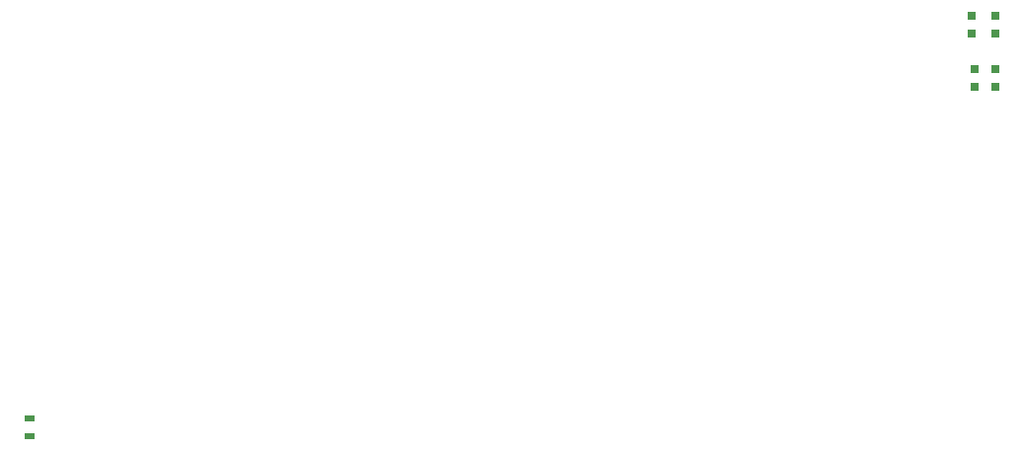
<source format=gbp>
G04 #@! TF.GenerationSoftware,KiCad,Pcbnew,(5.1.9)-1*
G04 #@! TF.CreationDate,2021-04-20T11:25:04+02:00*
G04 #@! TF.ProjectId,esp32-kaemmerlein-light-control,65737033-322d-46b6-9165-6d6d65726c65,rev?*
G04 #@! TF.SameCoordinates,Original*
G04 #@! TF.FileFunction,Paste,Bot*
G04 #@! TF.FilePolarity,Positive*
%FSLAX46Y46*%
G04 Gerber Fmt 4.6, Leading zero omitted, Abs format (unit mm)*
G04 Created by KiCad (PCBNEW (5.1.9)-1) date 2021-04-20 11:25:04*
%MOMM*%
%LPD*%
G01*
G04 APERTURE LIST*
%ADD10R,0.900000X0.500000*%
%ADD11R,0.750000X0.800000*%
G04 APERTURE END LIST*
D10*
X68200000Y-140050000D03*
X68200000Y-141550000D03*
D11*
X151000000Y-110050000D03*
X151000000Y-111550000D03*
X149200000Y-110050000D03*
X149200000Y-111550000D03*
X151000000Y-105450000D03*
X151000000Y-106950000D03*
X149000000Y-105450000D03*
X149000000Y-106950000D03*
M02*

</source>
